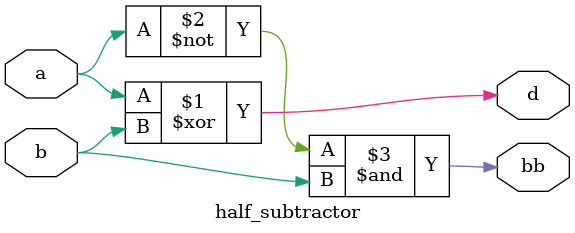
<source format=v>
`timescale 1ns / 1ps
module half_subtractor(a, b, d, bb);
    input a, b;
    output d, bb;
    assign d = a ^ b;
    assign bb = ~a & b;
endmodule
</source>
